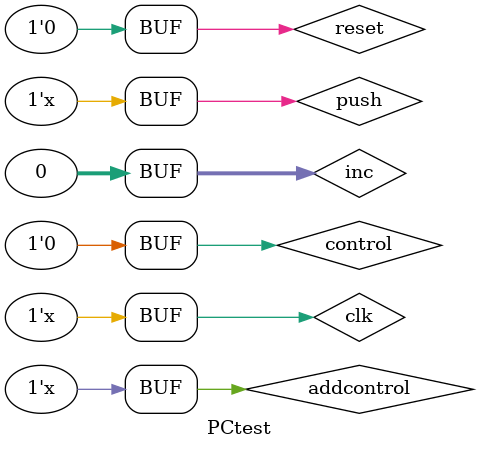
<source format=v>
`timescale 1ps / 1ps


module PCtest;

	// Inputs
	reg control;
	reg push;
	reg clk;
	reg [31:0] inc;
	reg reset;
	reg addcontrol;

	// Outputs
	wire [31:0] addr;

	// Instantiate the Unit Under Test (UUT)
	PCBlock uut (
		.control(control), 
		.push(push), 
		.clk(clk), 
		.inc(inc), 
		.reset(reset), 
		.addcontrol(addcontrol), 
		.addr(addr)
	);

	initial begin
		// Initialize Inputs
		control = 0;
		push = 0;
		clk = 0;
		inc = 0;
		reset = 0;
		addcontrol = 0;

		// Wait 100 ns for global reset to finish
		#100;
        
		// Add stimulus here

	end
      always #13 clk=~clk;
		always #127 push =~push;
		always #27 addcontrol =~addcontrol;
//		always #150 control =~control;
endmodule


</source>
